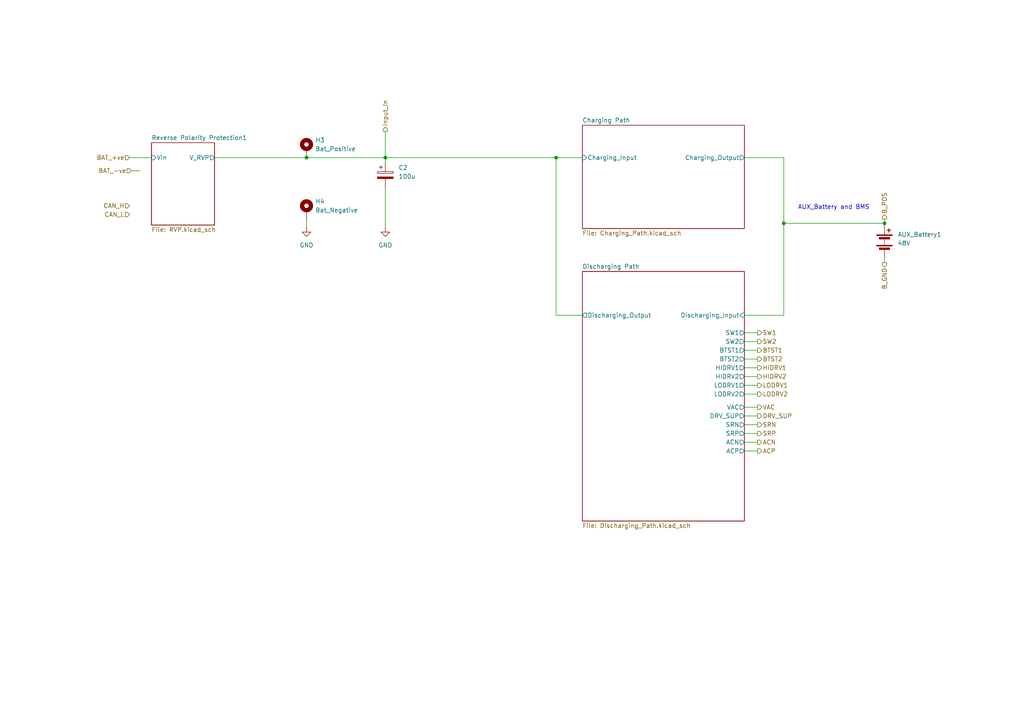
<source format=kicad_sch>
(kicad_sch (version 20231120) (generator "eeschema") (generator_version "8.0")
  (paper "A4")
  (lib_symbols
    (symbol "Device:Battery" (pin_numbers hide) (pin_names (offset 0) hide)
      (property "Reference" "BT" (at 2.54 2.54 0))
      (property "Value" "Battery" (at 2.54 0 0))
      (symbol "Battery_0_1"
        (rectangle (start -2.286 -1.27) (end 2.286 -1.524) (fill (type outline)))
        (rectangle (start -2.286 1.778) (end 2.286 1.524) (fill (type outline)))
        (rectangle (start -1.524 -2.032) (end 1.524 -2.54) (fill (type outline)))
        (rectangle (start -1.524 1.016) (end 1.524 0.508) (fill (type outline)))
        (polyline (pts (xy 0 -1.016) (xy 0 -0.762)))
        (polyline (pts (xy 0 -0.508) (xy 0 -0.254)))
        (polyline (pts (xy 0 0) (xy 0 0.254)))
        (polyline (pts (xy 0 1.778) (xy 0 2.54)))
        (polyline (pts (xy 0.762 3.048) (xy 1.778 3.048)) (stroke (width 0.254)))
        (polyline (pts (xy 1.27 3.556) (xy 1.27 2.54)) (stroke (width 0.254)))
      )
      (symbol "Battery_1_1"
        (pin passive line (at 0 5.08 270) (length 2.54) (name "+") (number "1"))
        (pin passive line (at 0 -5.08 90) (length 2.54) (name "-") (number "2"))
      )
    )
    (symbol "Device:C_Polarized" (pin_numbers hide) (pin_names (offset 0.254))
      (property "Reference" "C" (at 0.635 2.54 0))
      (property "Value" "C_Polarized" (at 0.635 -2.54 0))
      (symbol "C_Polarized_0_1"
        (rectangle (start -2.286 0.508) (end 2.286 1.016))
        (polyline (pts (xy -1.778 2.286) (xy -0.762 2.286)))
        (polyline (pts (xy -1.27 2.794) (xy -1.27 1.778)))
        (rectangle (start 2.286 -0.508) (end -2.286 -1.016) (fill (type outline)))
      )
      (symbol "C_Polarized_1_1"
        (pin passive line (at 0 3.81 270) (length 2.794) (name "~") (number "1"))
        (pin passive line (at 0 -3.81 90) (length 2.794) (name "~") (number "2"))
      )
    )
    (symbol "Mechanical:MountingHole_Pad" (pin_numbers hide) (pin_names (offset 1.016) hide) (exclude_from_sim yes) (in_bom no)
      (property "Reference" "H" (at 0 6.35 0))
      (property "Value" "MountingHole_Pad" (at 0 4.445 0))
      (symbol "MountingHole_Pad_0_1"
        (circle (center 0 1.27) (radius 1.27) (stroke (width 1.27)))
      )
      (symbol "MountingHole_Pad_1_1"
        (pin input line (at 0 -2.54 90) (length 2.54) (name "1") (number "1"))
      )
    )
    (symbol "power:GND" (power) (pin_numbers hide) (pin_names (offset 0) hide)
      (property "Value" "GND" (at 0 -3.81 0))
      (symbol "GND_0_1"
        (polyline (pts (xy 0 0) (xy 0 -1.27) (xy 1.27 -1.27) (xy 0 -2.54) (xy -1.27 -1.27) (xy 0 -1.27)))
      )
      (symbol "GND_1_1"
        (pin power_in line (at 0 0 270) (length 0) (name "~") (number "1"))
      )
    )
  )
  (junction (at 256.54 64.77))
  (junction (at 161.29 45.72))
  (junction (at 111.76 45.72))
  (junction (at 227.33 64.77))
  (junction (at 88.9 45.72))
  (wire (pts (xy 215.9 120.65) (xy 219.71 120.65)))
  (wire (pts (xy 215.9 114.3) (xy 219.71 114.3)))
  (wire (pts (xy 168.91 91.44) (xy 161.29 91.44)))
  (wire (pts (xy 111.76 45.72) (xy 111.76 46.99)))
  (wire (pts (xy 215.9 125.73) (xy 219.71 125.73)))
  (wire (pts (xy 111.76 54.61) (xy 111.76 66.04)))
  (wire (pts (xy 161.29 91.44) (xy 161.29 45.72)))
  (wire (pts (xy 111.76 45.72) (xy 161.29 45.72)))
  (wire (pts (xy 227.33 64.77) (xy 227.33 91.44)))
  (wire (pts (xy 215.9 101.6) (xy 219.71 101.6)))
  (wire (pts (xy 215.9 128.27) (xy 219.71 128.27)))
  (wire (pts (xy 38.1 49.53) (xy 40.64 49.53)))
  (wire (pts (xy 215.9 106.68) (xy 219.71 106.68)))
  (wire (pts (xy 215.9 104.14) (xy 219.71 104.14)))
  (wire (pts (xy 111.76 38.1) (xy 111.76 45.72)))
  (wire (pts (xy 88.9 63.5) (xy 88.9 66.04)))
  (wire (pts (xy 215.9 99.06) (xy 219.71 99.06)))
  (wire (pts (xy 256.54 63.5) (xy 256.54 64.77)))
  (wire (pts (xy 37.592 45.72) (xy 43.942 45.72)))
  (wire (pts (xy 215.9 96.52) (xy 219.71 96.52)))
  (wire (pts (xy 256.54 74.93) (xy 256.54 76.2)))
  (wire (pts (xy 227.33 91.44) (xy 215.9 91.44)))
  (wire (pts (xy 215.9 111.76) (xy 219.71 111.76)))
  (wire (pts (xy 227.33 64.77) (xy 256.54 64.77)))
  (wire (pts (xy 215.9 130.81) (xy 219.71 130.81)))
  (wire (pts (xy 88.9 45.72) (xy 111.76 45.72)))
  (wire (pts (xy 62.23 45.72) (xy 88.9 45.72)))
  (wire (pts (xy 215.9 118.11) (xy 219.71 118.11)))
  (wire (pts (xy 215.9 45.72) (xy 227.33 45.72)))
  (wire (pts (xy 161.29 45.72) (xy 168.91 45.72)))
  (wire (pts (xy 227.33 45.72) (xy 227.33 64.77)))
  (wire (pts (xy 215.9 123.19) (xy 219.71 123.19)))
  (wire (pts (xy 215.9 109.22) (xy 219.71 109.22)))
  (text "AUX_Battery and BMS" (at 241.808 60.198 0) (effects (font (size 1.27 1.27))))
  (hierarchical_label "BTST2" (shape output) (at 219.71 104.14 0))
  (hierarchical_label "ACP" (shape output) (at 219.71 130.81 0))
  (hierarchical_label "SRP" (shape output) (at 219.71 125.73 0))
  (hierarchical_label "ACN" (shape output) (at 219.71 128.27 0))
  (hierarchical_label "CAN_H" (shape input) (at 37.592 59.69 180))
  (hierarchical_label "HIDRV2" (shape output) (at 219.71 109.22 0))
  (hierarchical_label "B_GND" (shape output) (at 256.54 76.2 270))
  (hierarchical_label "Input_In" (shape output) (at 111.76 38.1 90))
  (hierarchical_label "LODRV1" (shape output) (at 219.71 111.76 0))
  (hierarchical_label "B_POS" (shape output) (at 256.54 63.5 90))
  (hierarchical_label "BTST1" (shape output) (at 219.71 101.6 0))
  (hierarchical_label "VAC" (shape output) (at 219.71 118.11 0))
  (hierarchical_label "BAT_-ve" (shape input) (at 38.1 49.53 180))
  (hierarchical_label "SRN" (shape output) (at 219.71 123.19 0))
  (hierarchical_label "SW1" (shape output) (at 219.71 96.52 0))
  (hierarchical_label "LODRV2" (shape output) (at 219.71 114.3 0))
  (hierarchical_label "CAN_L" (shape input) (at 37.592 62.23 180))
  (hierarchical_label "BAT_+ve" (shape input) (at 37.592 45.72 180))
  (hierarchical_label "HIDRV1" (shape output) (at 219.71 106.68 0))
  (hierarchical_label "SW2" (shape output) (at 219.71 99.06 0))
  (hierarchical_label "DRV_SUP" (shape output) (at 219.71 120.65 0))
  (symbol (lib_id "power:GND") (at 88.9 66.04 0) (unit 1)
    (property "Reference" "#PWR6" (effects (hide yes)))
    (property "Value" "GND" (at 88.9 71.12 0))
    (property "Description" "Power symbol creates a global label with name \"GND\" , ground" (effects (hide yes)))
  )
  (symbol (lib_id "Device:Battery") (at 256.54 69.85 0) (unit 1)
    (property "Reference" "AUX_Battery1" (at 260.35 68.0084 0) (effects (justify left)))
    (property "Value" "48V" (at 260.35 70.5484 0) (effects (justify left)))
    (property "Description" "Multiple-cell battery" (effects (hide yes)))
  )
  (symbol (lib_id "power:GND") (at 111.76 66.04 0) (unit 1)
    (property "Reference" "#PWR7" (effects (hide yes)))
    (property "Value" "GND" (at 111.76 71.12 0))
    (property "Description" "Power symbol creates a global label with name \"GND\" , ground" (effects (hide yes)))
  )
  (symbol (lib_id "Mechanical:MountingHole_Pad") (at 88.9 43.18 0) (unit 1) (exclude_from_sim yes) (in_bom no)
    (property "Reference" "H3" (at 91.44 40.6399 0) (effects (justify left)))
    (property "Value" "Bat_Positive" (at 91.44 43.1799 0) (effects (justify left)))
    (property "Description" "Mounting Hole with connection" (effects (hide yes)))
  )
  (symbol (lib_id "Mechanical:MountingHole_Pad") (at 88.9 60.96 0) (unit 1) (exclude_from_sim yes) (in_bom no)
    (property "Reference" "H4" (at 91.44 58.4199 0) (effects (justify left)))
    (property "Value" "Bat_Negative" (at 91.44 60.9599 0) (effects (justify left)))
    (property "Description" "Mounting Hole with connection" (effects (hide yes)))
  )
  (symbol (lib_id "Device:C_Polarized") (at 111.76 50.8 0) (unit 1)
    (property "Reference" "C2" (at 115.57 48.6409 0) (effects (justify left)))
    (property "Value" "100u" (at 115.57 51.1809 0) (effects (justify left)))
    (property "Description" "Polarized capacitor" (effects (hide yes)))
  )
  (sheet (at 168.91 36.322) (size 46.99 29.972) (stroke (width 0.1524))
    (property "Sheetname" "Charging Path" (at 168.91 35.6104 0) (effects (justify left bottom)))
    (property "Sheetfile" "Charging_Path.kicad_sch" (at 168.91 66.8786 0) (effects (justify left top)))
    (pin "Charging_Output" output (at 215.9 45.72 0))
    (pin "Charging_Input" input (at 168.91 45.72 180))
  )
  (sheet (at 168.91 78.74) (size 46.99 72.39) (stroke (width 0.1524))
    (property "Sheetname" "Discharging Path" (at 168.91 78.0284 0) (effects (justify left bottom)))
    (property "Sheetfile" "Discharging_Path.kicad_sch" (at 168.91 151.7146 0) (effects (justify left top)))
    (pin "Discharging_Input" input (at 215.9 91.44 0))
    (pin "Discharging_Output" output (at 168.91 91.44 180))
    (pin "LODRV1" output (at 215.9 111.76 0))
    (pin "LODRV2" output (at 215.9 114.3 0))
    (pin "BTST1" output (at 215.9 101.6 0))
    (pin "BTST2" output (at 215.9 104.14 0))
    (pin "HIDRV1" output (at 215.9 106.68 0))
    (pin "HIDRV2" output (at 215.9 109.22 0))
    (pin "SW1" output (at 215.9 96.52 0))
    (pin "SW2" output (at 215.9 99.06 0))
    (pin "VAC" output (at 215.9 118.11 0))
    (pin "DRV_SUP" output (at 215.9 120.65 0))
    (pin "SRN" output (at 215.9 123.19 0))
    (pin "SRP" output (at 215.9 125.73 0))
    (pin "ACN" output (at 215.9 128.27 0))
    (pin "ACP" output (at 215.9 130.81 0))
  )
  (sheet (at 43.942 41.402) (size 18.288 23.876) (stroke (width 0.1524))
    (property "Sheetname" "Reverse Polarity Protection1" (at 43.942 40.6904 0) (effects (justify left bottom)))
    (property "Sheetfile" "RVP.kicad_sch" (at 43.942 65.8626 0) (effects (justify left top)))
    (pin "Vin" input (at 43.942 45.72 180))
    (pin "V_RVP" output (at 62.23 45.72 0))
  )
)
</source>
